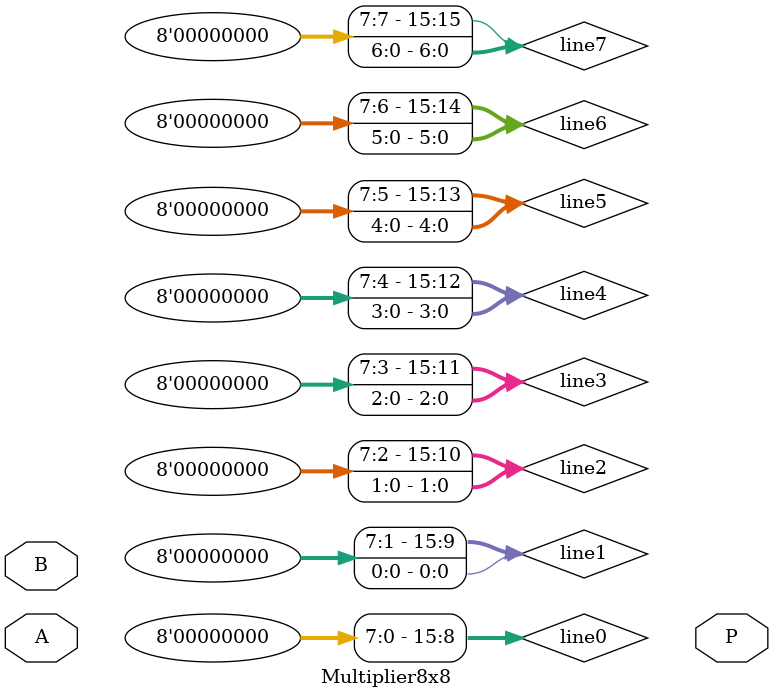
<source format=v>
/*--  *******************************************************
--  Computer Architecture Course, Laboratory Sources 
--  Amirkabir University of Technology (Tehran Polytechnic)
--  Department of Computer Engineering (CE-AUT)
--  https://ce[dot]aut[dot]ac[dot]ir
--  *******************************************************
--  All Rights reserved (C) 2019-2020
--  *******************************************************
--  Student ID  : 
--  Student Name: 
--  Student Mail: 
--  *******************************************************
--  Additional Comments:
--
--*/

/*-----------------------------------------------------------
---  Module Name: 8 Bit Multiplier
---  Description: Module1: 
-----------------------------------------------------------*/
`timescale 1 ns/1 ns

module Multiplier8x8 (
	input  [ 7:0] A , // input  [unsigned 08 bits]
	input  [ 7:0] B , // input  [unsigned 08 bits]
	output [15:0] P   // output [unsigned 16 bits]
);

	/* write your code here */
	wire [15:0] sum0;
	wire [15:0] line0;
	assign line0[15:8] = {1'b0};
	
	
	//B = 0
	and(line0[0] , A[0] , B[0]);
	and(line0[1] , A[1] , B[0]);
	and(line0[2] , A[2] , B[0]);
	and(line0[3] , A[3] , B[0]);
	and(line0[4] , A[4] , B[0]);
	and(line0[5] , A[5] , B[0]);
	and(line0[6] , A[6] , B[0]);
	and(line0[7] , A[7] , B[0]);
	
	
	AdderSubtractor32x32 S0(16'b0000000000000000 , line0 , 1'b0 , sum0);
	
	
	wire [15:0] sum1;
	wire [15:0] line1;
	
	
	//B = 1
	assign line1[0:0] = {1'b0};
	assign line1[15:9] = {1'b0};
	and(line1[1] , A[0] , B[1]);
	and(line1[2] , A[1] , B[1]);
	and(line1[3] , A[2] , B[1]);
	and(line1[4] , A[3] , B[1]);
	and(line1[5] , A[4] , B[1]);
	and(line1[6] , A[5] , B[1]);
	and(line1[7] , A[6] , B[1]);
	and(line1[8] , A[7] , B[1]);


	AdderSubtractor32x32 S1(sum0 , line1 , 1'b0, sum1);

	wire [15:0] sum2;
	wire [15:0] line2;
	
	
	//B = 2
	assign line2[1:0] = {1'b0};
	assign line2[15:10] = {1'b0};
	and(line2[2] , A[0] , B[2]);
	and(line2[3] , A[1] , B[2]);
	and(line2[4] , A[2] , B[2]);
	and(line2[5] , A[3] , B[2]);
	and(line2[6] , A[4] , B[2]);
	and(line2[7] , A[5] , B[2]);
	and(line2[8] , A[6] , B[2]);
	and(line2[9] , A[7] , B[2]);


	AdderSubtractor32x32 S2(sum1 , line2 , 1'b0, sum2);

	wire [15:0] sum3;
	wire [15:0] line3;
	
	
	//B = 3
	assign line3[2:0] = {1'b0};
	assign line3[15:11] = {1'b0};
	and(line3[3] , A[0] , B[3]);
	and(line3[4] , A[1] , B[3]);
	and(line3[5] , A[2] , B[3]);
	and(line3[6] , A[3] , B[3]);
	and(line3[7] , A[4] , B[3]);
	and(line3[8] , A[5] , B[3]);
	and(line3[9] , A[6] , B[3]);
	and(line3[10] , A[7] , B[3]);


	AdderSubtractor32x32 S3(sum2 , line3 , 1'b0, sum3);

	wire [15:0] sum4;
	wire [15:0] line4;
	
	
	//B = 4
	assign line4[3:0] = {1'b0};
	assign line4[15:12] = {1'b0};
	and(line4[4] , A[0] , B[4]);
	and(line4[5] , A[1] , B[4]);
	and(line4[6] , A[2] , B[4]);
	and(line4[7] , A[3] , B[4]);
	and(line4[8] , A[4] , B[4]);
	and(line4[9] , A[5] , B[4]);
	and(line4[10] , A[6] , B[4]);
	and(line4[11] , A[7] , B[4]);


	AdderSubtractor32x32 S4(sum3 , line4 , 1'b0, sum4);

	wire [15:0] sum5;
	wire [15:0] line5;
	
	
	//B = 5
	assign line5[4:0] = {1'b0};
	assign line5[15:13] = {1'b0};
	and(line5[5] , A[0] , B[5]);
	and(line5[6] , A[1] , B[5]);
	and(line5[7] , A[2] , B[5]);
	and(line5[8] , A[3] , B[5]);
	and(line5[9] , A[4] , B[5]);
	and(line5[10] , A[5] , B[5]);
	and(line5[11] , A[6] , B[5]);
	and(line5[12] , A[7] , B[5]);


	AdderSubtractor32x32 S5(sum4 , line5 , 1'b0, sum5);

	wire [15:0] sum6;
	wire [15:0] line6;
	
	
	//B = 6
	assign line6[5:0] = {1'b0};
	assign line6[15:14] = {1'b0};
	and(line6[6] , A[0] , B[6]);
	and(line6[7] , A[1] , B[6]);
	and(line6[8] , A[2] , B[6]);
	and(line6[9] , A[3] , B[6]);
	and(line6[10] , A[4] , B[6]);
	and(line6[11] , A[5] , B[6]);
	and(line6[12] , A[6] , B[6]);
	and(line6[13] , A[7] , B[6]);


	AdderSubtractor32x32 S6(sum5 , line6 , 1'b0, sum6);

	wire [15:0] sum7;
	wire [15:0] line7;
	
	
	//B = 7
	assign line7[6:0] = {1'b0};
	assign line7[15:15] = {1'b0};
	and(line7[7] , A[0] , B[7]);
	and(line7[8] , A[1] , B[7]);
	and(line7[9] , A[2] , B[7]);
	and(line7[10] , A[3] , B[7]);
	and(line7[11] , A[4] , B[7]);
	and(line7[12] , A[5] , B[7]);
	and(line7[13] , A[6] , B[7]);
	and(line7[14] , A[7] , B[7]);


	AdderSubtractor32x32 S7(sum6 , line7 , 1'b0, sum7);



	/* write your code here */

endmodule
</source>
